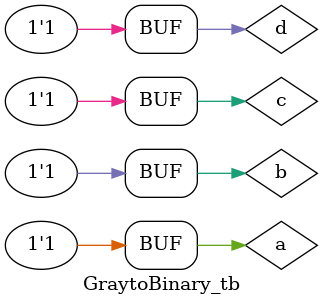
<source format=v>
`timescale 1ns/1ns

module GraytoBinary (a, b, c, d, w, x, y, z);
    input a, b, c, d;
    output w, x ,y ,z;
    wire e,f;

    assign w = a;
    xor(e, a, b);
    assign x = e;
    xor(f, e, c);
    assign y = f;
    xor(z, f, d);
    

endmodule 

module GraytoBinary_tb;

    reg a = 1'b0;
    reg b = 1'b0;
    reg c = 1'b0;
    reg d = 1'b0;

    wire w, x, y, z;

    GraytoBinary h1(a,b,c,d,w,x,y,z);

    initial
    begin
        $dumpfile("GraytoBinary.vcd");
        $dumpvars(0, GraytoBinary_tb);
    end

    initial
    begin
        a = 1'b0;
        b = 1'b0;
        c = 1'b0;
        d = 1'b0;
        #10;
        a = 1'b0;
        b = 1'b0;
        c = 1'b0;
        d = 1'b1;
        #10;
        a = 1'b0;
        b = 1'b0;
        c = 1'b1;
        d = 1'b0;
        #10;
        a = 1'b0;
        b = 1'b0;
        c = 1'b1;
        d = 1'b1;
        #10;
        a = 1'b0;
        b = 1'b1;
        c = 1'b0;
        d = 1'b0;
        #10;
        a = 1'b0;
        b = 1'b1;
        c = 1'b0;
        d = 1'b1;
        #10;
        a = 1'b0;
        b = 1'b1;
        c = 1'b1;
        d = 1'b0;
        #10;
        a = 1'b0;
        b = 1'b1;
        c = 1'b1;
        d = 1'b1;
        #10;
        a = 1'b1;
        b = 1'b0;
        c = 1'b0;
        d = 1'b0;
        #10;
        a = 1'b1;
        b = 1'b0;
        c = 1'b0;
        d = 1'b1;
        #10;
        a = 1'b1;
        b = 1'b0;
        c = 1'b1;
        d = 1'b0;
        #10;
        a = 1'b1;
        b = 1'b0;
        c = 1'b1;
        d = 1'b1;
        #10;
        a = 1'b1;
        b = 1'b1;
        c = 1'b0;
        d = 1'b0;
        #10;
        a = 1'b1;
        b = 1'b1;
        c = 1'b0;
        d = 1'b1;
        #10;
        a = 1'b1;
        b = 1'b1;
        c = 1'b1;
        d = 1'b0;
        #10;
        a = 1'b1;
        b = 1'b1;
        c = 1'b1;
        d = 1'b1;
        #10;
    end

    initial
    begin
        $monitor("A = %d\tB = %d\tC = %d\tD = %d\t\tW = %d\tX = %d\tY = %d\tZ = %d\t",a,b,c,d,w,x,y,z);
    end

endmodule
</source>
